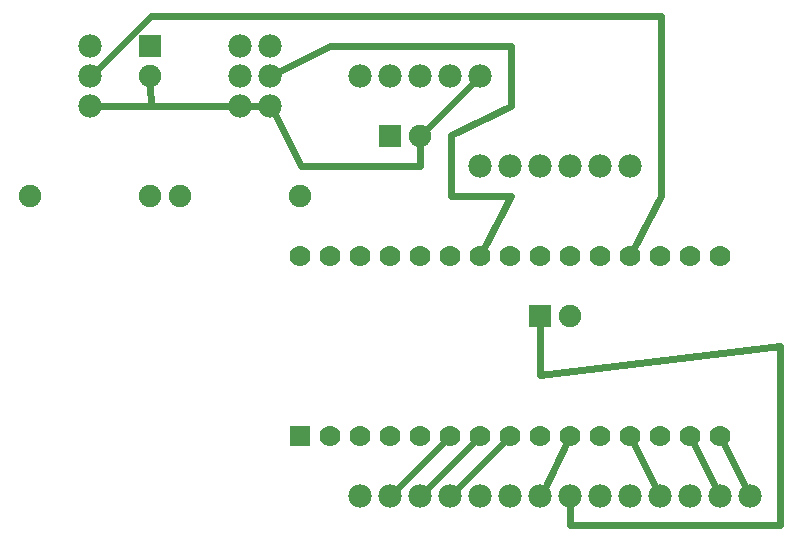
<source format=gtl>
G04 MADE WITH FRITZING*
G04 WWW.FRITZING.ORG*
G04 DOUBLE SIDED*
G04 HOLES PLATED*
G04 CONTOUR ON CENTER OF CONTOUR VECTOR*
%ASAXBY*%
%FSLAX23Y23*%
%MOIN*%
%OFA0B0*%
%SFA1.0B1.0*%
%ADD10C,0.075000*%
%ADD11C,0.078000*%
%ADD12C,0.070000*%
%ADD13R,0.075000X0.075000*%
%ADD14R,0.070000X0.069972*%
%ADD15C,0.024000*%
%LNCOPPER1*%
G90*
G70*
G54D10*
X1790Y869D03*
X1890Y869D03*
G54D11*
X790Y1569D03*
X790Y1669D03*
X790Y1769D03*
X890Y1569D03*
X890Y1669D03*
X890Y1769D03*
X1590Y1369D03*
X1690Y1369D03*
X1790Y1369D03*
X1890Y1369D03*
X1990Y1369D03*
X2090Y1369D03*
X290Y1569D03*
X290Y1669D03*
X290Y1769D03*
G54D12*
X990Y469D03*
X1090Y469D03*
X1190Y469D03*
X1290Y469D03*
X1390Y469D03*
X1490Y469D03*
X1590Y469D03*
X1690Y469D03*
X1790Y469D03*
X1890Y469D03*
X1990Y469D03*
X2090Y469D03*
X2190Y469D03*
X2290Y469D03*
X2390Y469D03*
X990Y1069D03*
X1090Y1069D03*
X1190Y1069D03*
X1290Y1069D03*
X1390Y1069D03*
X1490Y1069D03*
X1590Y1069D03*
X1690Y1069D03*
X1790Y1069D03*
X1890Y1069D03*
X1990Y1069D03*
X2090Y1069D03*
X2190Y1069D03*
X2290Y1069D03*
X2390Y1069D03*
G54D10*
X90Y1269D03*
X490Y1269D03*
X590Y1269D03*
X990Y1269D03*
G54D11*
X1190Y269D03*
X1290Y269D03*
X1390Y269D03*
X1490Y269D03*
X1590Y269D03*
X1690Y269D03*
X1790Y269D03*
X1890Y269D03*
X1990Y269D03*
X2090Y269D03*
X2190Y269D03*
X2290Y269D03*
X2390Y269D03*
X2490Y269D03*
G54D10*
X1290Y1469D03*
X1390Y1469D03*
G54D11*
X1190Y1669D03*
X1290Y1669D03*
X1390Y1669D03*
X1490Y1669D03*
X1590Y1669D03*
G54D10*
X490Y1769D03*
X490Y1669D03*
G54D13*
X1790Y869D03*
G54D14*
X990Y469D03*
G54D13*
X1290Y1469D03*
X490Y1769D03*
G54D15*
X860Y1569D02*
X820Y1569D01*
D02*
X491Y1569D02*
X320Y1569D01*
D02*
X760Y1569D02*
X491Y1569D01*
D02*
X991Y1368D02*
X1388Y1368D01*
D02*
X1388Y1368D02*
X1390Y1441D01*
D02*
X904Y1542D02*
X991Y1368D01*
D02*
X1410Y1489D02*
X1569Y1648D01*
D02*
X312Y1690D02*
X491Y1868D01*
D02*
X491Y1868D02*
X2192Y1868D01*
D02*
X2192Y1868D02*
X2192Y1270D01*
D02*
X2192Y1270D02*
X2103Y1095D01*
D02*
X1692Y1569D02*
X1692Y1770D01*
D02*
X1491Y1270D02*
X1491Y1471D01*
D02*
X1491Y1471D02*
X1692Y1569D01*
D02*
X1692Y1270D02*
X1491Y1270D01*
D02*
X1089Y1770D02*
X917Y1683D01*
D02*
X1603Y1095D02*
X1692Y1270D01*
D02*
X1692Y1770D02*
X1089Y1770D01*
D02*
X491Y1569D02*
X490Y1641D01*
D02*
X1312Y291D02*
X1470Y449D01*
D02*
X1412Y291D02*
X1570Y449D01*
D02*
X1512Y291D02*
X1670Y449D01*
D02*
X1804Y296D02*
X1877Y443D01*
D02*
X2477Y296D02*
X2403Y443D01*
D02*
X2377Y296D02*
X2303Y443D01*
D02*
X2590Y770D02*
X2590Y171D01*
D02*
X2590Y171D02*
X1888Y171D01*
D02*
X1790Y672D02*
X2590Y770D01*
D02*
X1888Y171D02*
X1890Y239D01*
D02*
X1790Y841D02*
X1790Y672D01*
D02*
X2177Y296D02*
X2103Y443D01*
G04 End of Copper1*
M02*
</source>
